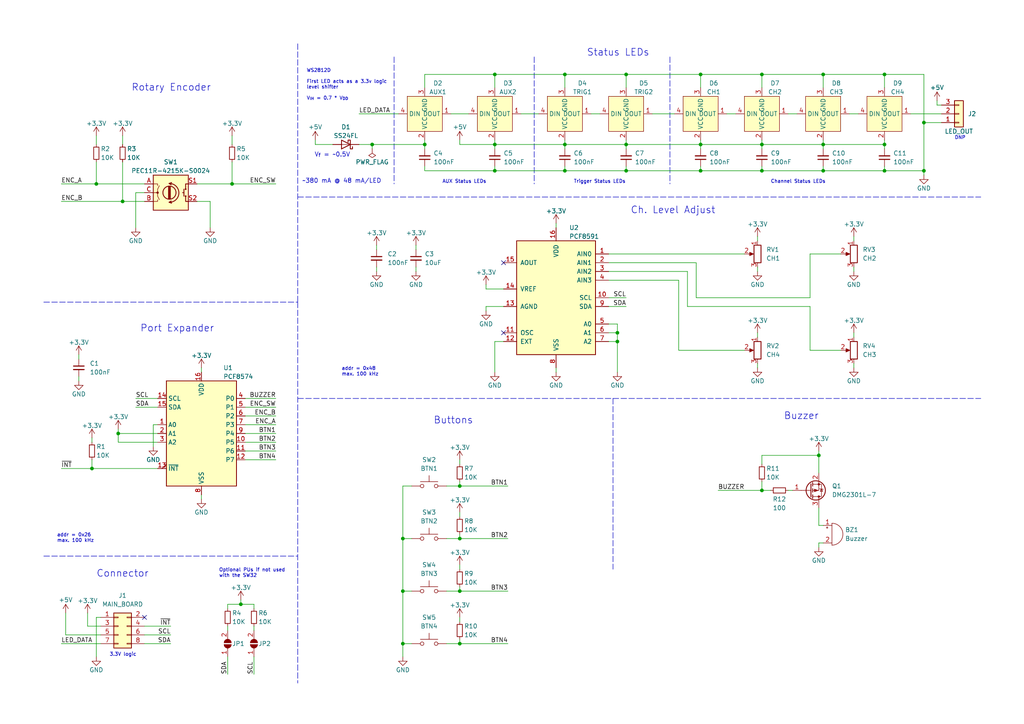
<source format=kicad_sch>
(kicad_sch (version 20211123) (generator eeschema)
  (paper "A4")
  (title_block (title "SW2F1 - Front Panel") (date "2022-12-21") (rev "1") (company "saawsm") (comment 1 "Buttons and encoder are software debounced.") (comment 2 "1x rotary encoder, 4x pots, 4x push buttons, 1x buzzer, 8x RGB LEDs") (comment 3 "Provides the following: ") (comment 4 "An I2C front panel designed for the SW22."))
  (lib_symbols
    (symbol "Connector_Generic:Conn_01x03" (pin_names (offset 1.016) hide)
      (property "Reference" "J" (at 0 5.08 0))
      (property "Value" "Conn_01x03" (at 0 -5.08 0))
      (symbol "Conn_01x03_1_1"
        (pin passive line (at -5.08 2.54 0) (length 3.81) (name "Pin_1") (number "1"))
        (pin passive line (at -5.08 0 0) (length 3.81) (name "Pin_2") (number "2"))
        (pin passive line (at -5.08 -2.54 0) (length 3.81) (name "Pin_3") (number "3"))
      )
    )
    (symbol "Connector_Generic:Conn_02x04_Odd_Even" (pin_names (offset 1.016) hide)
      (property "Reference" "J" (at 1.27 5.08 0))
      (property "Value" "Conn_02x04_Odd_Even" (at 1.27 -7.62 0))
      (symbol "Conn_02x04_Odd_Even_1_1"
        (pin passive line (at -5.08 2.54 0) (length 3.81) (name "Pin_1") (number "1"))
        (pin passive line (at 7.62 2.54 180) (length 3.81) (name "Pin_2") (number "2"))
        (pin passive line (at -5.08 0 0) (length 3.81) (name "Pin_3") (number "3"))
        (pin passive line (at 7.62 0 180) (length 3.81) (name "Pin_4") (number "4"))
        (pin passive line (at -5.08 -2.54 0) (length 3.81) (name "Pin_5") (number "5"))
        (pin passive line (at 7.62 -2.54 180) (length 3.81) (name "Pin_6") (number "6"))
        (pin passive line (at -5.08 -5.08 0) (length 3.81) (name "Pin_7") (number "7"))
        (pin passive line (at 7.62 -5.08 180) (length 3.81) (name "Pin_8") (number "8"))
      )
    )
    (symbol "Device:Buzzer" (pin_names (offset 0.0254) hide)
      (property "Reference" "BZ" (at 3.81 1.27 0))
      (property "Value" "Buzzer" (at 3.81 -1.27 0))
      (symbol "Buzzer_1_1"
        (pin passive line (at -2.54 2.54 0) (length 2.54) (name "-") (number "1"))
        (pin passive line (at -2.54 -2.54 0) (length 2.54) (name "+") (number "2"))
      )
    )
    (symbol "Device:C_Small" (pin_numbers hide) (pin_names (offset 0.254) hide)
      (property "Reference" "C" (at 0.254 1.778 0))
      (property "Value" "C_Small" (at 0.254 -2.032 0))
      (symbol "C_Small_1_1"
        (pin passive line (at 0 2.54 270) (length 2.032) (name "~") (number "1"))
        (pin passive line (at 0 -2.54 90) (length 2.032) (name "~") (number "2"))
      )
    )
    (symbol "Device:D_Schottky" (pin_numbers hide) (pin_names (offset 1.016) hide)
      (property "Reference" "D" (at 0 2.54 0))
      (property "Value" "D_Schottky" (at 0 -2.54 0))
      (symbol "D_Schottky_1_1"
        (pin passive line (at -3.81 0 0) (length 2.54) (name "K") (number "1"))
        (pin passive line (at 3.81 0 180) (length 2.54) (name "A") (number "2"))
      )
    )
    (symbol "Device:Q_PMOS_GSD" (pin_names (offset 0) hide)
      (property "Reference" "Q" (at 5.08 1.27 0))
      (property "Value" "Q_PMOS_GSD" (at 5.08 -1.27 0))
      (symbol "Q_PMOS_GSD_1_1"
        (pin input line (at -5.08 0 0) (length 2.54) (name "G") (number "1"))
        (pin passive line (at 2.54 -5.08 90) (length 2.54) (name "S") (number "2"))
        (pin passive line (at 2.54 5.08 270) (length 2.54) (name "D") (number "3"))
      )
    )
    (symbol "Device:R_Potentiometer" (pin_names (offset 1.016) hide)
      (property "Reference" "RV" (at -4.445 0 90))
      (property "Value" "R_Potentiometer" (at -2.54 0 90))
      (symbol "R_Potentiometer_1_1"
        (pin passive line (at 0 3.81 270) (length 1.27) (name "1") (number "1"))
        (pin passive line (at 3.81 0 180) (length 1.27) (name "2") (number "2"))
        (pin passive line (at 0 -3.81 90) (length 1.27) (name "3") (number "3"))
      )
    )
    (symbol "Device:R_Small" (pin_numbers hide) (pin_names (offset 0.254) hide)
      (property "Reference" "R" (at 0.762 0.508 0))
      (property "Value" "R_Small" (at 0.762 -1.016 0))
      (symbol "R_Small_1_1"
        (pin passive line (at 0 2.54 270) (length 0.762) (name "~") (number "1"))
        (pin passive line (at 0 -2.54 90) (length 0.762) (name "~") (number "2"))
      )
    )
    (symbol "Device:RotaryEncoder_Switch" (pin_names (offset 0.254) hide)
      (property "Reference" "SW" (at 0 6.604 0))
      (property "Value" "RotaryEncoder_Switch" (at 0 -6.604 0))
      (symbol "RotaryEncoder_Switch_1_1"
        (pin passive line (at -7.62 2.54 0) (length 2.54) (name "A") (number "A"))
        (pin passive line (at -7.62 -2.54 0) (length 2.54) (name "B") (number "B"))
        (pin passive line (at -7.62 0 0) (length 2.54) (name "C") (number "C"))
        (pin passive line (at 7.62 2.54 180) (length 2.54) (name "S1") (number "S1"))
        (pin passive line (at 7.62 -2.54 180) (length 2.54) (name "S2") (number "S2"))
      )
    )
    (symbol "Interface_Expansion:PCF8574"
      (property "Reference" "U" (at -8.89 16.51 0))
      (property "Value" "PCF8574" (at 2.54 16.51 0))
      (symbol "PCF8574_1_1"
        (pin input line (at -12.7 2.54 0) (length 2.54) (name "A0") (number "1"))
        (pin bidirectional line (at 12.7 -2.54 180) (length 2.54) (name "P5") (number "10"))
        (pin bidirectional line (at 12.7 -5.08 180) (length 2.54) (name "P6") (number "11"))
        (pin bidirectional line (at 12.7 -7.62 180) (length 2.54) (name "P7") (number "12"))
        (pin open_collector output_low (at -12.7 -10.16 0) (length 2.54) (name "~{INT}") (number "13"))
        (pin input line (at -12.7 10.16 0) (length 2.54) (name "SCL") (number "14"))
        (pin bidirectional line (at -12.7 7.62 0) (length 2.54) (name "SDA") (number "15"))
        (pin power_in line (at 0 17.78 270) (length 2.54) (name "VDD") (number "16"))
        (pin input line (at -12.7 0 0) (length 2.54) (name "A1") (number "2"))
        (pin input line (at -12.7 -2.54 0) (length 2.54) (name "A2") (number "3"))
        (pin bidirectional line (at 12.7 10.16 180) (length 2.54) (name "P0") (number "4"))
        (pin bidirectional line (at 12.7 7.62 180) (length 2.54) (name "P1") (number "5"))
        (pin bidirectional line (at 12.7 5.08 180) (length 2.54) (name "P2") (number "6"))
        (pin bidirectional line (at 12.7 2.54 180) (length 2.54) (name "P3") (number "7"))
        (pin power_in line (at 0 -17.78 90) (length 2.54) (name "VSS") (number "8"))
        (pin bidirectional line (at 12.7 0 180) (length 2.54) (name "P4") (number "9"))
      )
    )
    (symbol "Interface_Expansion:PCF8591" (pin_names (offset 1.016))
      (property "Reference" "U" (at -11.43 17.78 0))
      (property "Value" "PCF8591" (at 3.81 17.78 0))
      (symbol "PCF8591_1_1"
        (pin passive line (at -15.24 12.7 0) (length 3.81) (name "AIN0") (number "1"))
        (pin input line (at -15.24 0 0) (length 3.81) (name "SCL") (number "10"))
        (pin bidirectional line (at 15.24 -10.16 180) (length 3.81) (name "OSC") (number "11"))
        (pin input line (at 15.24 -12.7 180) (length 3.81) (name "EXT") (number "12"))
        (pin power_out line (at 15.24 -2.54 180) (length 3.81) (name "AGND") (number "13"))
        (pin passive line (at 15.24 2.54 180) (length 3.81) (name "VREF") (number "14"))
        (pin passive line (at 15.24 10.16 180) (length 3.81) (name "AOUT") (number "15"))
        (pin power_in line (at 0 20.32 270) (length 3.81) (name "VDD") (number "16"))
        (pin passive line (at -15.24 10.16 0) (length 3.81) (name "AIN1") (number "2"))
        (pin passive line (at -15.24 7.62 0) (length 3.81) (name "AIN2") (number "3"))
        (pin passive line (at -15.24 5.08 0) (length 3.81) (name "AIN3") (number "4"))
        (pin input line (at -15.24 -7.62 0) (length 3.81) (name "A0") (number "5"))
        (pin input line (at -15.24 -10.16 0) (length 3.81) (name "A1") (number "6"))
        (pin input line (at -15.24 -12.7 0) (length 3.81) (name "A2") (number "7"))
        (pin power_in line (at 0 -20.32 90) (length 3.81) (name "VSS") (number "8"))
        (pin bidirectional line (at -15.24 -2.54 0) (length 3.81) (name "SDA") (number "9"))
      )
    )
    (symbol "Jumper:SolderJumper_2_Open" (pin_names (offset 0) hide)
      (property "Reference" "JP" (at 0 2.032 0))
      (property "Value" "SolderJumper_2_Open" (at 0 -2.54 0))
      (symbol "SolderJumper_2_Open_1_1"
        (pin passive line (at -3.81 0 0) (length 2.54) (name "A") (number "1"))
        (pin passive line (at 3.81 0 180) (length 2.54) (name "B") (number "2"))
      )
    )
    (symbol "Mechanical:MountingHole" (pin_names (offset 1.016))
      (property "Reference" "H" (at 0 5.08 0))
      (property "Value" "MountingHole" (at 0 3.175 0))
    )
    (symbol "SaawLib:WS2812D"
      (property "Reference" "U" (at 2.54 8.89 0))
      (property "Value" "WS2812D" (at 6.35 6.35 0))
      (symbol "WS2812D_1_1"
        (pin output line (at 0 -7.62 90) (length 2.54) (name "DOUT") (number "1"))
        (pin power_in line (at -7.62 0 0) (length 2.54) (name "VCC") (number "2"))
        (pin power_in line (at 7.62 0 180) (length 2.54) (name "GND") (number "3"))
        (pin input line (at 0 7.62 270) (length 2.54) (name "DIN") (number "4"))
      )
    )
    (symbol "Switch:SW_Push" (pin_numbers hide) (pin_names (offset 1.016) hide)
      (property "Reference" "SW" (at 1.27 2.54 0))
      (property "Value" "SW_Push" (at 0 -1.524 0))
      (symbol "SW_Push_0_1"
        (pin passive line (at -5.08 0 0) (length 2.54) (name "1") (number "1"))
        (pin passive line (at 5.08 0 180) (length 2.54) (name "2") (number "2"))
      )
    )
    (symbol "power:+3.3V" (power) (pin_names (offset 0))
      (property "Value" "+3.3V" (at 0 3.556 0))
      (symbol "+3.3V_1_1"
        (pin power_in line (at 0 0 90) (length 0) hide (name "+3.3V") (number "1"))
      )
    )
    (symbol "power:+5V" (power) (pin_names (offset 0))
      (property "Value" "+5V" (at 0 3.556 0))
      (symbol "+5V_1_1"
        (pin power_in line (at 0 0 90) (length 0) hide (name "+5V") (number "1"))
      )
    )
    (symbol "power:GND" (power) (pin_names (offset 0))
      (property "Value" "GND" (at 0 -3.81 0))
      (symbol "GND_1_1"
        (pin power_in line (at 0 0 270) (length 0) hide (name "GND") (number "1"))
      )
    )
    (symbol "power:PWR_FLAG" (power) (pin_numbers hide) (pin_names (offset 0) hide)
      (property "Value" "PWR_FLAG" (at 0 3.81 0))
      (symbol "PWR_FLAG_0_0"
        (pin power_out line (at 0 0 90) (length 0) (name "pwr") (number "1"))
      )
    )
  )
  (junction (at 181.61 49.53))
  (junction (at 116.84 156.21))
  (junction (at 179.07 96.52))
  (junction (at 203.2 41.91))
  (junction (at 143.51 49.53))
  (junction (at 116.84 186.69))
  (junction (at 133.35 186.69))
  (junction (at 163.83 49.53))
  (junction (at 35.56 58.42))
  (junction (at 238.76 21.59))
  (junction (at 267.97 35.56))
  (junction (at 181.61 41.91))
  (junction (at 133.35 156.21))
  (junction (at 133.35 140.97))
  (junction (at 256.54 21.59))
  (junction (at 123.19 41.91))
  (junction (at 27.94 53.34))
  (junction (at 143.51 21.59))
  (junction (at 143.51 41.91))
  (junction (at 220.98 21.59))
  (junction (at 26.67 135.89))
  (junction (at 34.29 125.73))
  (junction (at 237.49 132.08))
  (junction (at 256.54 41.91))
  (junction (at 203.2 49.53))
  (junction (at 238.76 49.53))
  (junction (at 203.2 21.59))
  (junction (at 163.83 21.59))
  (junction (at 116.84 171.45))
  (junction (at 256.54 49.53))
  (junction (at 238.76 41.91))
  (junction (at 67.31 53.34))
  (junction (at 220.98 142.24))
  (junction (at 267.97 49.53))
  (junction (at 220.98 41.91))
  (junction (at 181.61 21.59))
  (junction (at 133.35 171.45))
  (junction (at 163.83 41.91))
  (junction (at 107.95 41.91))
  (junction (at 220.98 49.53))
  (junction (at 179.07 99.06))
  (junction (at 69.85 175.26))
  (no_connect (at 146.05 76.2))
  (no_connect (at 41.91 179.07))
  (no_connect (at 146.05 96.52))
  (wire (pts (xy 238.76 25.4) (xy 238.76 21.59)))
  (wire (pts (xy 176.53 76.2) (xy 201.93 76.2)))
  (wire (pts (xy 238.76 41.91) (xy 256.54 41.91)))
  (wire (pts (xy 17.78 53.34) (xy 27.94 53.34)))
  (wire (pts (xy 116.84 156.21) (xy 116.84 171.45)))
  (wire (pts (xy 104.14 41.91) (xy 107.95 41.91)))
  (wire (pts (xy 67.31 53.34) (xy 80.01 53.34)))
  (wire (pts (xy 73.66 190.5) (xy 73.66 195.58)))
  (wire (pts (xy 116.84 171.45) (xy 116.84 186.69)))
  (wire (pts (xy 104.14 33.02) (xy 115.57 33.02)))
  (wire (pts (xy 140.97 90.17) (xy 140.97 88.9)))
  (wire (pts (xy 256.54 41.91) (xy 256.54 43.18)))
  (wire (pts (xy 220.98 49.53) (xy 238.76 49.53)))
  (wire (pts (xy 19.05 177.8) (xy 19.05 184.15)))
  (wire (pts (xy 181.61 88.9) (xy 176.53 88.9)))
  (wire (pts (xy 237.49 130.81) (xy 237.49 132.08)))
  (wire (pts (xy 238.76 49.53) (xy 238.76 48.26)))
  (wire (pts (xy 203.2 49.53) (xy 220.98 49.53)))
  (wire (pts (xy 203.2 43.18) (xy 203.2 41.91)))
  (wire (pts (xy 143.51 48.26) (xy 143.51 49.53)))
  (polyline (pts (xy 177.8 115.57) (xy 177.8 165.1)))
  (wire (pts (xy 237.49 132.08) (xy 237.49 137.16)))
  (polyline (pts (xy 114.3 16.51) (xy 114.3 53.34)))
  (wire (pts (xy 219.71 68.58) (xy 219.71 69.85)))
  (wire (pts (xy 220.98 43.18) (xy 220.98 41.91)))
  (wire (pts (xy 256.54 49.53) (xy 256.54 48.26)))
  (polyline (pts (xy 86.36 12.7) (xy 86.36 87.63)))
  (wire (pts (xy 220.98 139.7) (xy 220.98 142.24)))
  (wire (pts (xy 203.2 21.59) (xy 203.2 25.4)))
  (wire (pts (xy 71.12 133.35) (xy 80.01 133.35)))
  (wire (pts (xy 130.81 33.02) (xy 135.89 33.02)))
  (wire (pts (xy 238.76 152.4) (xy 237.49 152.4)))
  (wire (pts (xy 220.98 132.08) (xy 237.49 132.08)))
  (wire (pts (xy 34.29 128.27) (xy 34.29 125.73)))
  (wire (pts (xy 133.35 186.69) (xy 147.32 186.69)))
  (wire (pts (xy 133.35 139.7) (xy 133.35 140.97)))
  (wire (pts (xy 109.22 71.12) (xy 109.22 72.39)))
  (wire (pts (xy 176.53 73.66) (xy 215.9 73.66)))
  (wire (pts (xy 41.91 55.88) (xy 39.37 55.88)))
  (wire (pts (xy 133.35 41.91) (xy 143.51 41.91)))
  (wire (pts (xy 129.54 156.21) (xy 133.35 156.21)))
  (wire (pts (xy 133.35 156.21) (xy 147.32 156.21)))
  (wire (pts (xy 58.42 143.51) (xy 58.42 144.78)))
  (polyline (pts (xy 12.7 87.63) (xy 86.36 87.63)))
  (wire (pts (xy 196.85 81.28) (xy 196.85 101.6)))
  (polyline (pts (xy 86.36 115.57) (xy 284.48 115.57)))
  (wire (pts (xy 201.93 76.2) (xy 201.93 86.36)))
  (wire (pts (xy 219.71 105.41) (xy 219.71 106.68)))
  (wire (pts (xy 220.98 134.62) (xy 220.98 132.08)))
  (wire (pts (xy 123.19 21.59) (xy 143.51 21.59)))
  (wire (pts (xy 203.2 41.91) (xy 220.98 41.91)))
  (wire (pts (xy 123.19 49.53) (xy 143.51 49.53)))
  (wire (pts (xy 176.53 81.28) (xy 196.85 81.28)))
  (wire (pts (xy 163.83 49.53) (xy 163.83 48.26)))
  (wire (pts (xy 133.35 140.97) (xy 147.32 140.97)))
  (wire (pts (xy 57.15 53.34) (xy 67.31 53.34)))
  (wire (pts (xy 256.54 25.4) (xy 256.54 21.59)))
  (wire (pts (xy 267.97 21.59) (xy 267.97 35.56)))
  (wire (pts (xy 39.37 115.57) (xy 45.72 115.57)))
  (wire (pts (xy 123.19 41.91) (xy 123.19 40.64)))
  (wire (pts (xy 22.86 102.87) (xy 22.86 104.14)))
  (wire (pts (xy 220.98 49.53) (xy 220.98 48.26)))
  (wire (pts (xy 219.71 77.47) (xy 219.71 78.74)))
  (wire (pts (xy 17.78 58.42) (xy 35.56 58.42)))
  (wire (pts (xy 181.61 43.18) (xy 181.61 41.91)))
  (wire (pts (xy 107.95 43.18) (xy 107.95 41.91)))
  (wire (pts (xy 60.96 66.04) (xy 60.96 58.42)))
  (wire (pts (xy 283.21 226.06) (xy 278.13 226.06)))
  (wire (pts (xy 199.39 88.9) (xy 234.95 88.9)))
  (wire (pts (xy 27.94 46.99) (xy 27.94 53.34)))
  (wire (pts (xy 133.35 170.18) (xy 133.35 171.45)))
  (wire (pts (xy 34.29 128.27) (xy 45.72 128.27)))
  (wire (pts (xy 143.51 41.91) (xy 143.51 43.18)))
  (wire (pts (xy 66.04 181.61) (xy 66.04 182.88)))
  (wire (pts (xy 228.6 33.02) (xy 231.14 33.02)))
  (wire (pts (xy 203.2 21.59) (xy 220.98 21.59)))
  (wire (pts (xy 27.94 53.34) (xy 41.91 53.34)))
  (wire (pts (xy 143.51 40.64) (xy 143.51 41.91)))
  (wire (pts (xy 25.4 177.8) (xy 25.4 181.61)))
  (wire (pts (xy 243.84 73.66) (xy 234.95 73.66)))
  (wire (pts (xy 67.31 39.37) (xy 67.31 41.91)))
  (wire (pts (xy 181.61 49.53) (xy 181.61 48.26)))
  (wire (pts (xy 256.54 40.64) (xy 256.54 41.91)))
  (wire (pts (xy 26.67 133.35) (xy 26.67 135.89)))
  (wire (pts (xy 133.35 154.94) (xy 133.35 156.21)))
  (wire (pts (xy 41.91 184.15) (xy 49.53 184.15)))
  (wire (pts (xy 49.53 181.61) (xy 41.91 181.61)))
  (wire (pts (xy 116.84 186.69) (xy 116.84 190.5)))
  (wire (pts (xy 26.67 135.89) (xy 45.72 135.89)))
  (wire (pts (xy 129.54 140.97) (xy 133.35 140.97)))
  (wire (pts (xy 176.53 99.06) (xy 179.07 99.06)))
  (wire (pts (xy 120.65 77.47) (xy 120.65 78.74)))
  (wire (pts (xy 161.29 64.77) (xy 161.29 66.04)))
  (wire (pts (xy 228.6 142.24) (xy 229.87 142.24)))
  (wire (pts (xy 116.84 140.97) (xy 119.38 140.97)))
  (wire (pts (xy 163.83 21.59) (xy 163.83 25.4)))
  (wire (pts (xy 278.13 219.71) (xy 283.21 219.71)))
  (wire (pts (xy 71.12 118.11) (xy 80.01 118.11)))
  (wire (pts (xy 271.78 29.21) (xy 271.78 30.48)))
  (wire (pts (xy 45.72 123.19) (xy 44.45 123.19)))
  (wire (pts (xy 247.65 68.58) (xy 247.65 69.85)))
  (wire (pts (xy 140.97 82.55) (xy 140.97 83.82)))
  (wire (pts (xy 247.65 77.47) (xy 247.65 78.74)))
  (wire (pts (xy 271.78 30.48) (xy 273.05 30.48)))
  (wire (pts (xy 267.97 50.8) (xy 267.97 49.53)))
  (wire (pts (xy 181.61 21.59) (xy 203.2 21.59)))
  (polyline (pts (xy 86.36 57.15) (xy 284.48 57.15)))
  (wire (pts (xy 133.35 40.64) (xy 133.35 41.91)))
  (wire (pts (xy 39.37 118.11) (xy 45.72 118.11)))
  (wire (pts (xy 27.94 39.37) (xy 27.94 41.91)))
  (polyline (pts (xy 12.7 161.29) (xy 86.36 161.29)))
  (wire (pts (xy 199.39 78.74) (xy 199.39 88.9)))
  (wire (pts (xy 163.83 43.18) (xy 163.83 41.91)))
  (wire (pts (xy 17.78 135.89) (xy 26.67 135.89)))
  (wire (pts (xy 133.35 148.59) (xy 133.35 149.86)))
  (wire (pts (xy 71.12 125.73) (xy 80.01 125.73)))
  (wire (pts (xy 140.97 83.82) (xy 146.05 83.82)))
  (wire (pts (xy 41.91 186.69) (xy 49.53 186.69)))
  (wire (pts (xy 176.53 96.52) (xy 179.07 96.52)))
  (wire (pts (xy 163.83 41.91) (xy 181.61 41.91)))
  (wire (pts (xy 247.65 105.41) (xy 247.65 106.68)))
  (wire (pts (xy 181.61 49.53) (xy 203.2 49.53)))
  (wire (pts (xy 220.98 21.59) (xy 220.98 25.4)))
  (wire (pts (xy 107.95 41.91) (xy 123.19 41.91)))
  (wire (pts (xy 123.19 43.18) (xy 123.19 41.91)))
  (wire (pts (xy 71.12 120.65) (xy 80.01 120.65)))
  (wire (pts (xy 73.66 175.26) (xy 73.66 176.53)))
  (polyline (pts (xy 154.94 16.51) (xy 154.94 53.34)))
  (wire (pts (xy 73.66 175.26) (xy 69.85 175.26)))
  (wire (pts (xy 143.51 41.91) (xy 163.83 41.91)))
  (wire (pts (xy 161.29 106.68) (xy 161.29 107.95)))
  (wire (pts (xy 220.98 142.24) (xy 223.52 142.24)))
  (wire (pts (xy 208.28 142.24) (xy 220.98 142.24)))
  (wire (pts (xy 189.23 33.02) (xy 195.58 33.02)))
  (wire (pts (xy 219.71 96.52) (xy 219.71 97.79)))
  (wire (pts (xy 80.01 115.57) (xy 71.12 115.57)))
  (wire (pts (xy 163.83 49.53) (xy 181.61 49.53)))
  (wire (pts (xy 140.97 88.9) (xy 146.05 88.9)))
  (wire (pts (xy 246.38 33.02) (xy 248.92 33.02)))
  (wire (pts (xy 34.29 124.46) (xy 34.29 125.73)))
  (wire (pts (xy 237.49 147.32) (xy 237.49 152.4)))
  (polyline (pts (xy 194.31 16.51) (xy 194.31 53.34)))
  (wire (pts (xy 267.97 35.56) (xy 267.97 49.53)))
  (wire (pts (xy 234.95 88.9) (xy 234.95 101.6)))
  (wire (pts (xy 116.84 140.97) (xy 116.84 156.21)))
  (wire (pts (xy 179.07 96.52) (xy 179.07 93.98)))
  (wire (pts (xy 179.07 99.06) (xy 179.07 96.52)))
  (wire (pts (xy 238.76 40.64) (xy 238.76 41.91)))
  (wire (pts (xy 34.29 125.73) (xy 45.72 125.73)))
  (wire (pts (xy 133.35 185.42) (xy 133.35 186.69)))
  (wire (pts (xy 44.45 123.19) (xy 44.45 129.54)))
  (wire (pts (xy 129.54 171.45) (xy 133.35 171.45)))
  (wire (pts (xy 29.21 184.15) (xy 19.05 184.15)))
  (wire (pts (xy 35.56 39.37) (xy 35.56 41.91)))
  (wire (pts (xy 234.95 86.36) (xy 234.95 73.66)))
  (wire (pts (xy 143.51 107.95) (xy 143.51 99.06)))
  (wire (pts (xy 27.94 179.07) (xy 27.94 190.5)))
  (wire (pts (xy 201.93 86.36) (xy 234.95 86.36)))
  (wire (pts (xy 196.85 101.6) (xy 215.9 101.6)))
  (wire (pts (xy 181.61 41.91) (xy 203.2 41.91)))
  (wire (pts (xy 123.19 48.26) (xy 123.19 49.53)))
  (wire (pts (xy 163.83 21.59) (xy 181.61 21.59)))
  (wire (pts (xy 179.07 93.98) (xy 176.53 93.98)))
  (wire (pts (xy 238.76 21.59) (xy 220.98 21.59)))
  (wire (pts (xy 133.35 163.83) (xy 133.35 165.1)))
  (wire (pts (xy 116.84 156.21) (xy 119.38 156.21)))
  (wire (pts (xy 67.31 46.99) (xy 67.31 53.34)))
  (wire (pts (xy 247.65 96.52) (xy 247.65 97.79)))
  (wire (pts (xy 143.51 49.53) (xy 163.83 49.53)))
  (wire (pts (xy 237.49 157.48) (xy 238.76 157.48)))
  (wire (pts (xy 256.54 21.59) (xy 267.97 21.59)))
  (wire (pts (xy 35.56 46.99) (xy 35.56 58.42)))
  (wire (pts (xy 120.65 72.39) (xy 120.65 71.12)))
  (wire (pts (xy 123.19 21.59) (xy 123.19 25.4)))
  (wire (pts (xy 203.2 41.91) (xy 203.2 40.64)))
  (wire (pts (xy 220.98 41.91) (xy 220.98 40.64)))
  (wire (pts (xy 238.76 43.18) (xy 238.76 41.91)))
  (wire (pts (xy 133.35 171.45) (xy 147.32 171.45)))
  (wire (pts (xy 69.85 173.99) (xy 69.85 175.26)))
  (polyline (pts (xy 86.36 87.63) (xy 86.36 198.12)))
  (wire (pts (xy 237.49 157.48) (xy 237.49 158.75)))
  (wire (pts (xy 129.54 186.69) (xy 133.35 186.69)))
  (wire (pts (xy 238.76 49.53) (xy 256.54 49.53)))
  (wire (pts (xy 238.76 21.59) (xy 256.54 21.59)))
  (wire (pts (xy 238.76 41.91) (xy 220.98 41.91)))
  (wire (pts (xy 116.84 171.45) (xy 119.38 171.45)))
  (wire (pts (xy 66.04 175.26) (xy 69.85 175.26)))
  (wire (pts (xy 71.12 130.81) (xy 80.01 130.81)))
  (wire (pts (xy 133.35 133.35) (xy 133.35 134.62)))
  (wire (pts (xy 27.94 179.07) (xy 29.21 179.07)))
  (wire (pts (xy 181.61 86.36) (xy 176.53 86.36)))
  (wire (pts (xy 25.4 181.61) (xy 29.21 181.61)))
  (wire (pts (xy 58.42 106.68) (xy 58.42 107.95)))
  (wire (pts (xy 163.83 41.91) (xy 163.83 40.64)))
  (wire (pts (xy 179.07 107.95) (xy 179.07 99.06)))
  (wire (pts (xy 143.51 21.59) (xy 143.51 25.4)))
  (wire (pts (xy 66.04 175.26) (xy 66.04 176.53)))
  (wire (pts (xy 26.67 127) (xy 26.67 128.27)))
  (wire (pts (xy 171.45 33.02) (xy 173.99 33.02)))
  (wire (pts (xy 151.13 33.02) (xy 156.21 33.02)))
  (wire (pts (xy 210.82 33.02) (xy 213.36 33.02)))
  (wire (pts (xy 234.95 101.6) (xy 243.84 101.6)))
  (wire (pts (xy 256.54 49.53) (xy 267.97 49.53)))
  (wire (pts (xy 109.22 77.47) (xy 109.22 78.74)))
  (wire (pts (xy 71.12 123.19) (xy 80.01 123.19)))
  (wire (pts (xy 203.2 49.53) (xy 203.2 48.26)))
  (wire (pts (xy 143.51 21.59) (xy 163.83 21.59)))
  (wire (pts (xy 199.39 78.74) (xy 176.53 78.74)))
  (wire (pts (xy 66.04 190.5) (xy 66.04 195.58)))
  (wire (pts (xy 60.96 58.42) (xy 57.15 58.42)))
  (wire (pts (xy 35.56 58.42) (xy 41.91 58.42)))
  (wire (pts (xy 29.21 186.69) (xy 17.78 186.69)))
  (wire (pts (xy 91.44 41.91) (xy 91.44 40.64)))
  (wire (pts (xy 181.61 40.64) (xy 181.61 41.91)))
  (wire (pts (xy 264.16 33.02) (xy 273.05 33.02)))
  (wire (pts (xy 116.84 186.69) (xy 119.38 186.69)))
  (wire (pts (xy 22.86 109.22) (xy 22.86 110.49)))
  (wire (pts (xy 133.35 179.07) (xy 133.35 180.34)))
  (wire (pts (xy 39.37 55.88) (xy 39.37 66.04)))
  (wire (pts (xy 181.61 25.4) (xy 181.61 21.59)))
  (wire (pts (xy 71.12 128.27) (xy 80.01 128.27)))
  (wire (pts (xy 143.51 99.06) (xy 146.05 99.06)))
  (wire (pts (xy 96.52 41.91) (xy 91.44 41.91)))
  (wire (pts (xy 73.66 181.61) (xy 73.66 182.88)))
  (wire (pts (xy 267.97 35.56) (xy 273.05 35.56)))
  (text "~380 mA @ 48 mA/LED" (at 87.63 53.34 0) (effects (font (size 1.27 1.27)) (justify left bottom)))
  (text "Channel Status LEDs" (at 223.52 53.34 0) (effects (font (size 1 1)) (justify left bottom)))
  (text "AUX Status LEDs" (at 128.27 53.34 0) (effects (font (size 1 1)) (justify left bottom)))
  (text "Ch. Level Adjust" (at 182.88 62.23 0) (effects (font (size 2 2)) (justify left bottom)))
  (text "3.3V logic" (at 31.75 190.5 0) (effects (font (size 1 1)) (justify left bottom)))
  (text "Port Expander" (at 40.64 96.52 0) (effects (font (size 2 2)) (justify left bottom)))
  (text "Buttons" (at 125.73 123.19 0) (effects (font (size 2 2)) (justify left bottom)))
  (text "DNP" (at 276.86 40.64 0) (effects (font (size 1 1)) (justify left bottom)))
  (text "Status LEDs" (at 170.18 16.51 0) (effects (font (size 2 2)) (justify left bottom)))
  (text "Optional PUs if not used \nwith the SW32" (at 63.5 167.64 0) (effects (font (size 1 1)) (justify left bottom)))
  (text "addr = 0x48\nmax. 100 kHz" (at 99.06 109.22 0) (effects (font (size 1 1)) (justify left bottom)))
  (text "V_{f} = ~0.5V" (at 101.6 45.72 180) (effects (font (size 1.27 1.27)) (justify right bottom)))
  (text "Trigger Status LEDs" (at 166.37 53.34 0) (effects (font (size 1 1)) (justify left bottom)))
  (text "Buzzer" (at 227.33 121.92 0) (effects (font (size 2 2)) (justify left bottom)))
  (text "Rotary Encoder" (at 38.1 26.67 0) (effects (font (size 2 2)) (justify left bottom)))
  (text "Connector" (at 27.94 167.64 0) (effects (font (size 2 2)) (justify left bottom)))
  (text "addr = 0x26\nmax. 100 kHz" (at 16.51 157.48 0) (effects (font (size 1 1)) (justify left bottom)))
  (text "WS2812D\n\nFirst LED acts as a 3.3v logic \nlevel shifter\n\nV_{IH} = 0.7 * V_{DD}" (at 88.9 29.21 0) (effects (font (size 1 1)) (justify left bottom)))
  (label "ENC_A" (at 17.78 53.34 0))
  (label "BUZZER" (at 80.01 115.57 180))
  (label "SDA" (at 39.37 118.11 0))
  (label "BTN2" (at 147.32 156.21 180))
  (label "ENC_SW" (at 80.01 53.34 180))
  (label "ENC_A" (at 80.01 123.19 180))
  (label "BTN2" (at 80.01 128.27 180))
  (label "BTN1" (at 80.01 125.73 180))
  (label "ENC_SW" (at 80.01 118.11 180))
  (label "BTN1" (at 147.32 140.97 180))
  (label "SCL" (at 39.37 115.57 0))
  (label "ENC_B" (at 17.78 58.42 0))
  (label "SDA" (at 49.53 186.69 180))
  (label "~{INT}" (at 49.53 181.61 180))
  (label "SCL" (at 181.61 86.36 180))
  (label "ENC_B" (at 80.01 120.65 180))
  (label "LED_DATA" (at 104.14 33.02 0))
  (label "BTN4" (at 147.32 186.69 180))
  (label "BTN3" (at 80.01 130.81 180))
  (label "~{INT}" (at 17.78 135.89 0))
  (label "SCL" (at 49.53 184.15 180))
  (label "SCL" (at 73.66 195.58 90))
  (label "BTN3" (at 147.32 171.45 180))
  (label "SDA" (at 181.61 88.9 180))
  (label "LED_DATA" (at 17.78 186.69 0))
  (label "BUZZER" (at 208.28 142.24 0))
  (label "BTN4" (at 80.01 133.35 180))
  (label "SDA" (at 66.04 195.58 90))
  (symbol (lib_id "Device:R_Small") (at 133.35 137.16 180) (unit 1)
    (property "Reference" "R7" (at 134.62 135.89 0) (effects (justify right)))
    (property "Value" "10K" (at 134.62 138.43 0) (effects (justify right)))
    (property "Footprint" "Resistor_SMD:R_0603_1608Metric" (effects hide))
    (property "LCSC" "C98220" (effects hide))
    (property "MOUSER" "603-RC0603FR-0710KL" (effects hide))
    (property "MPN" "RC0603FR-0710KL" (effects hide))
  )
  (symbol (lib_id "Device:C_Small") (at 220.98 45.72 180) (unit 1)
    (property "Reference" "C9" (at 223.52 44.4435 0) (effects (justify right)))
    (property "Value" "100nF" (at 223.52 46.9835 0) (effects (justify right)))
    (property "Footprint" "Capacitor_SMD:C_0603_1608Metric" (effects hide))
    (property "LCSC" "C1591" (effects hide))
    (property "MOUSER" "187-CL10B104KB8NNNC" (effects hide))
    (property "MPN" "CL10B104KB8NNNC" (effects hide))
  )
  (symbol (lib_id "power:+5V") (at 283.21 219.71 0) (mirror y) (unit 1)
    (property "Reference" "#PWR046" (effects hide))
    (property "Value" "+5V" (at 283.21 215.9 0))
  )
  (symbol (lib_id "power:+3.3V") (at 34.29 124.46 0) (unit 1)
    (property "Reference" "#PWR08" (effects hide))
    (property "Value" "+3.3V" (at 34.29 120.904 0))
  )
  (symbol (lib_id "power:GND") (at 179.07 107.95 0) (mirror y) (unit 1)
    (property "Reference" "#PWR033" (effects hide))
    (property "Value" "GND" (at 179.07 111.76 0))
  )
  (symbol (lib_id "Device:R_Small") (at 67.31 44.45 0) (mirror y) (unit 1)
    (property "Reference" "R5" (at 68.58 43.18 0) (effects (justify right)))
    (property "Value" "10K" (at 68.58 45.72 0) (effects (justify right)))
    (property "Footprint" "Resistor_SMD:R_0603_1608Metric" (effects hide))
    (property "LCSC" "C98220" (effects hide))
    (property "MOUSER" "603-RC0603FR-0710KL" (effects hide))
    (property "MPN" "RC0603FR-0710KL" (effects hide))
  )
  (symbol (lib_id "power:+3.3V") (at 22.86 102.87 0) (unit 1)
    (property "Reference" "#PWR02" (effects hide))
    (property "Value" "+3.3V" (at 22.86 99.314 0))
  )
  (symbol (lib_id "power:+3.3V") (at 26.67 127 0) (unit 1)
    (property "Reference" "#PWR05" (effects hide))
    (property "Value" "+3.3V" (at 26.67 123.444 0))
  )
  (symbol (lib_id "Interface_Expansion:PCF8591") (at 161.29 86.36 0) (mirror y) (unit 1)
    (property "Reference" "U2" (at 165.1 66.04 0) (effects (justify right)))
    (property "Value" "PCF8591" (at 165.1 68.58 0) (effects (justify right)))
    (property "Footprint" "Package_SO:SOIC-16W_7.5x10.3mm_P1.27mm" (effects hide))
    (property "Datasheet" "https://mouser.com/datasheet/2/302/PCF8591-1127459.pdf" (effects hide))
    (property "MPN" "PCF8591T/2,518" (effects hide))
    (property "MOUSER" "771-PCF8591TD-T" (effects hide))
    (property "LCSC" "C8366" (effects hide))
  )
  (symbol (lib_id "power:+5V") (at 19.05 177.8 0) (mirror y) (unit 1)
    (property "Reference" "#PWR01" (effects hide))
    (property "Value" "+5V" (at 19.05 173.99 0))
  )
  (symbol (lib_id "power:GND") (at 219.71 78.74 0) (mirror y) (unit 1)
    (property "Reference" "#PWR035" (effects hide))
    (property "Value" "GND" (at 219.71 82.55 0))
  )
  (symbol (lib_id "power:GND") (at 267.97 50.8 0) (unit 1)
    (property "Reference" "#PWR044" (effects hide))
    (property "Value" "GND" (at 267.97 54.61 0))
  )
  (symbol (lib_id "power:+3.3V") (at 69.85 173.99 0) (unit 1)
    (property "Reference" "#PWR016" (effects hide))
    (property "Value" "+3.3V" (at 69.85 170.434 0))
  )
  (symbol (lib_id "Switch:SW_Push") (at 124.46 156.21 0) (unit 1)
    (property "Reference" "SW3" (at 124.46 148.59 0))
    (property "Value" "BTN2" (at 124.46 151.13 0))
    (property "Footprint" "SaawLib:D6C" (effects hide))
    (property "Datasheet" "https://mouser.com/datasheet/2/60/d6-1841635.pdf" (effects hide))
    (property "MOUSER" "611-D6C90F2LFS" (effects hide))
    (property "MPN" "D6C90F2LFS" (effects hide))
  )
  (symbol (lib_id "Device:Buzzer") (at 241.3 154.94 0) (unit 1)
    (property "Reference" "BZ1" (at 245.11 153.6699 0) (effects (justify left)))
    (property "Value" "Buzzer" (at 245.11 156.21 0) (effects (justify left)))
    (property "Footprint" "Buzzer_Beeper:Buzzer_12x9.5RM7.6" (effects hide))
    (property "Datasheet" "https://mouser.com/datasheet/2/683/IE122303-1-358179.pdf" (effects hide))
    (property "MOUSER" "497-IE122303-1" (effects hide))
    (property "MPN" "IE122303-1" (effects hide))
  )
  (symbol (lib_id "Device:D_Schottky") (at 100.33 41.91 180) (unit 1)
    (property "Reference" "D1" (at 100.33 36.83 0))
    (property "Value" "SS24FL" (at 100.33 39.37 0))
    (property "Footprint" "Diode_SMD:D_SOD-123F" (effects hide))
    (property "MPN" "SS24FL" (effects hide))
    (property "MOUSER" "512-SS24FL" (effects hide))
    (property "LCSC" "C894433" (effects hide))
  )
  (symbol (lib_id "power:GND") (at 120.65 78.74 0) (mirror y) (unit 1)
    (property "Reference" "#PWR022" (effects hide))
    (property "Value" "GND" (at 120.65 82.55 0))
  )
  (symbol (lib_id "power:PWR_FLAG") (at 107.95 43.18 180) (unit 1)
    (property "Reference" "#FLG01" (effects hide))
    (property "Value" "PWR_FLAG" (at 107.95 46.99 0))
  )
  (symbol (lib_id "power:+3.3V") (at 67.31 39.37 0) (unit 1)
    (property "Reference" "#PWR015" (effects hide))
    (property "Value" "+3.3V" (at 67.31 35.814 0))
  )
  (symbol (lib_id "power:+3.3V") (at 25.4 177.8 0) (unit 1)
    (property "Reference" "#PWR04" (effects hide))
    (property "Value" "+3.3V" (at 25.4 174.244 0))
  )
  (symbol (lib_id "Device:C_Small") (at 22.86 106.68 0) (unit 1)
    (property "Reference" "C1" (at 26.035 105.4162 0) (effects (justify left)))
    (property "Value" "100nF" (at 26.035 107.9562 0) (effects (justify left)))
    (property "Footprint" "Capacitor_SMD:C_0603_1608Metric" (effects hide))
    (property "LCSC" "C1591" (effects hide))
    (property "MOUSER" "187-CL10B104KB8NNNC" (effects hide))
    (property "MPN" "CL10B104KB8NNNC" (effects hide))
  )
  (symbol (lib_id "power:+3.3V") (at 120.65 71.12 0) (mirror y) (unit 1)
    (property "Reference" "#PWR021" (effects hide))
    (property "Value" "+3.3V" (at 120.65 67.564 0))
  )
  (symbol (lib_id "power:+5V") (at 133.35 40.64 0) (unit 1)
    (property "Reference" "#PWR023" (effects hide))
    (property "Value" "+5V" (at 133.35 36.83 0))
  )
  (symbol (lib_id "Device:C_Small") (at 120.65 74.93 0) (unit 1)
    (property "Reference" "C3" (at 123.19 73.6662 0) (effects (justify left)))
    (property "Value" "10uF" (at 123.19 76.2062 0) (effects (justify left)))
    (property "Footprint" "Capacitor_SMD:C_0603_1608Metric" (effects hide))
    (property "LCSC" "C96446" (effects hide))
    (property "MOUSER" "187-CL10A106MA8NRNC" (effects hide))
    (property "MPN" "CL10A106MA8NRNC" (effects hide))
  )
  (symbol (lib_id "power:GND") (at 247.65 106.68 0) (mirror y) (unit 1)
    (property "Reference" "#PWR043" (effects hide))
    (property "Value" "GND" (at 247.65 110.49 0))
  )
  (symbol (lib_id "power:+3.3V") (at 109.22 71.12 0) (mirror y) (unit 1)
    (property "Reference" "#PWR018" (effects hide))
    (property "Value" "+3.3V" (at 109.22 67.564 0))
  )
  (symbol (lib_id "SaawLib:WS2812D") (at 123.19 33.02 90) (unit 1)
    (property "Reference" "D2" (at 127 24.13 90))
    (property "Value" "AUX1" (at 127 26.67 90))
    (property "Footprint" "SaawLib:WS2812D-F5" (effects hide))
    (property "Datasheet" "https://datasheet.lcsc.com/lcsc/2204181500_Worldsemi-WS2812D-F5_C190565.pdf" (effects hide))
    (property "MPN" "WS2812D-F5" (effects hide))
    (property "LCSC" "C190565" (effects hide))
  )
  (symbol (lib_id "Switch:SW_Push") (at 124.46 171.45 0) (unit 1)
    (property "Reference" "SW4" (at 124.46 163.83 0))
    (property "Value" "BTN3" (at 124.46 166.37 0))
    (property "Footprint" "SaawLib:D6C" (effects hide))
    (property "Datasheet" "https://mouser.com/datasheet/2/60/d6-1841635.pdf" (effects hide))
    (property "MOUSER" "611-D6C90F2LFS" (effects hide))
    (property "MPN" "D6C90F2LFS" (effects hide))
  )
  (symbol (lib_id "power:GND") (at 143.51 107.95 0) (mirror y) (unit 1)
    (property "Reference" "#PWR030" (effects hide))
    (property "Value" "GND" (at 143.51 111.76 0))
  )
  (symbol (lib_id "power:GND") (at 58.42 144.78 0) (unit 1)
    (property "Reference" "#PWR013" (effects hide))
    (property "Value" "GND" (at 58.42 148.59 0))
  )
  (symbol (lib_id "power:+3.3V") (at 283.21 226.06 0) (unit 1)
    (property "Reference" "#PWR047" (effects hide))
    (property "Value" "+3.3V" (at 283.21 222.504 0))
  )
  (symbol (lib_id "power:GND") (at 237.49 158.75 0) (unit 1)
    (property "Reference" "#PWR039" (effects hide))
    (property "Value" "GND" (at 237.49 162.56 0))
  )
  (symbol (lib_id "Device:C_Small") (at 256.54 45.72 180) (unit 1)
    (property "Reference" "C11" (at 259.08 44.4435 0) (effects (justify right)))
    (property "Value" "100nF" (at 259.08 46.9835 0) (effects (justify right)))
    (property "Footprint" "Capacitor_SMD:C_0603_1608Metric" (effects hide))
    (property "LCSC" "C1591" (effects hide))
    (property "MOUSER" "187-CL10B104KB8NNNC" (effects hide))
    (property "MPN" "CL10B104KB8NNNC" (effects hide))
  )
  (symbol (lib_id "power:+3.3V") (at 58.42 106.68 0) (unit 1)
    (property "Reference" "#PWR012" (effects hide))
    (property "Value" "+3.3V" (at 58.42 103.124 0))
  )
  (symbol (lib_id "Connector_Generic:Conn_02x04_Odd_Even") (at 34.29 181.61 0) (unit 1)
    (property "Reference" "J1" (at 35.56 172.72 0))
    (property "Value" "MAIN_BOARD" (at 35.56 175.26 0))
    (property "Footprint" "Connector_IDC:IDC-Header_2x04_P2.54mm_Vertical" (effects hide))
  )
  (symbol (lib_id "SaawLib:WS2812D") (at 238.76 33.02 90) (unit 1)
    (property "Reference" "D8" (at 242.57 24.13 90))
    (property "Value" "CH3" (at 242.57 26.67 90))
    (property "Footprint" "SaawLib:WS2812D-F5" (effects hide))
    (property "Datasheet" "https://datasheet.lcsc.com/lcsc/2204181500_Worldsemi-WS2812D-F5_C190565.pdf" (effects hide))
    (property "MPN" "WS2812D-F5" (effects hide))
    (property "LCSC" "C190565" (effects hide))
  )
  (symbol (lib_id "Device:C_Small") (at 203.2 45.72 180) (unit 1)
    (property "Reference" "C8" (at 205.74 44.4435 0) (effects (justify right)))
    (property "Value" "100nF" (at 205.74 46.9835 0) (effects (justify right)))
    (property "Footprint" "Capacitor_SMD:C_0603_1608Metric" (effects hide))
    (property "LCSC" "C1591" (effects hide))
    (property "MOUSER" "187-CL10B104KB8NNNC" (effects hide))
    (property "MPN" "CL10B104KB8NNNC" (effects hide))
  )
  (symbol (lib_id "Mechanical:MountingHole") (at 236.22 215.9 0) (unit 1) (in_bom no)
    (property "Reference" "H4" (at 236.22 219.71 0))
    (property "Value" "MountingHole" (effects hide))
    (property "Footprint" "MountingHole:MountingHole_2.2mm_M2" (effects hide))
  )
  (symbol (lib_id "Device:C_Small") (at 238.76 45.72 180) (unit 1)
    (property "Reference" "C10" (at 241.3 44.4435 0) (effects (justify right)))
    (property "Value" "100nF" (at 241.3 46.9835 0) (effects (justify right)))
    (property "Footprint" "Capacitor_SMD:C_0603_1608Metric" (effects hide))
    (property "LCSC" "C1591" (effects hide))
    (property "MOUSER" "187-CL10B104KB8NNNC" (effects hide))
    (property "MPN" "CL10B104KB8NNNC" (effects hide))
  )
  (symbol (lib_id "power:+3.3V") (at 35.56 39.37 0) (unit 1)
    (property "Reference" "#PWR09" (effects hide))
    (property "Value" "+3.3V" (at 35.56 35.814 0))
  )
  (symbol (lib_id "Switch:SW_Push") (at 124.46 140.97 0) (unit 1)
    (property "Reference" "SW2" (at 124.46 133.35 0))
    (property "Value" "BTN1" (at 124.46 135.89 0))
    (property "Footprint" "SaawLib:D6C" (effects hide))
    (property "Datasheet" "https://mouser.com/datasheet/2/60/d6-1841635.pdf" (effects hide))
    (property "MOUSER" "611-D6C90F2LFS" (effects hide))
    (property "MPN" "D6C90F2LFS" (effects hide))
  )
  (symbol (lib_id "Device:R_Small") (at 27.94 44.45 0) (mirror y) (unit 1)
    (property "Reference" "R2" (at 29.21 43.18 0) (effects (justify right)))
    (property "Value" "10K" (at 29.21 45.72 0) (effects (justify right)))
    (property "Footprint" "Resistor_SMD:R_0603_1608Metric" (effects hide))
    (property "LCSC" "C98220" (effects hide))
    (property "MOUSER" "603-RC0603FR-0710KL" (effects hide))
    (property "MPN" "RC0603FR-0710KL" (effects hide))
  )
  (symbol (lib_id "power:GND") (at 44.45 129.54 0) (unit 1)
    (property "Reference" "#PWR011" (effects hide))
    (property "Value" "GND" (at 44.45 133.35 0))
  )
  (symbol (lib_id "Device:C_Small") (at 109.22 74.93 0) (unit 1)
    (property "Reference" "C2" (at 112.395 73.6662 0) (effects (justify left)))
    (property "Value" "100nF" (at 112.395 76.2062 0) (effects (justify left)))
    (property "Footprint" "Capacitor_SMD:C_0603_1608Metric" (effects hide))
    (property "LCSC" "C1591" (effects hide))
    (property "MOUSER" "187-CL10B104KB8NNNC" (effects hide))
    (property "MPN" "CL10B104KB8NNNC" (effects hide))
  )
  (symbol (lib_id "SaawLib:WS2812D") (at 220.98 33.02 90) (unit 1)
    (property "Reference" "D7" (at 224.79 24.13 90))
    (property "Value" "CH2" (at 224.79 26.67 90))
    (property "Footprint" "SaawLib:WS2812D-F5" (effects hide))
    (property "Datasheet" "https://datasheet.lcsc.com/lcsc/2204181500_Worldsemi-WS2812D-F5_C190565.pdf" (effects hide))
    (property "MPN" "WS2812D-F5" (effects hide))
    (property "LCSC" "C190565" (effects hide))
  )
  (symbol (lib_id "power:+3.3V") (at 133.35 148.59 0) (unit 1)
    (property "Reference" "#PWR025" (effects hide))
    (property "Value" "+3.3V" (at 133.35 145.034 0))
  )
  (symbol (lib_id "Device:R_Small") (at 66.04 179.07 180) (unit 1)
    (property "Reference" "R4" (at 67.31 177.8 0) (effects (justify right)))
    (property "Value" "10K" (at 67.31 180.34 0) (effects (justify right)))
    (property "Footprint" "Resistor_SMD:R_0603_1608Metric" (effects hide))
    (property "LCSC" "C98220" (effects hide))
    (property "MOUSER" "603-RC0603FR-0710KL" (effects hide))
    (property "MPN" "RC0603FR-0710KL" (effects hide))
  )
  (symbol (lib_id "Device:R_Potentiometer") (at 247.65 101.6 0) (mirror y) (unit 1)
    (property "Reference" "RV4" (at 250.19 100.3299 0) (effects (justify right)))
    (property "Value" "CH3" (at 250.19 102.8699 0) (effects (justify right)))
    (property "Footprint" "SaawLib:Potentiometer_Bourns_PTV09A-1_Single_Vertical" (effects hide))
    (property "Datasheet" "https://mouser.com/datasheet/2/54/ptv09-777818.pdf" (effects hide))
    (property "MPN" "PTV09A-4020S-B103" (effects hide))
  )
  (symbol (lib_id "power:GND") (at 109.22 78.74 0) (mirror y) (unit 1)
    (property "Reference" "#PWR019" (effects hide))
    (property "Value" "GND" (at 109.22 82.55 0))
  )
  (symbol (lib_id "power:+5V") (at 91.44 40.64 0) (unit 1)
    (property "Reference" "#PWR017" (effects hide))
    (property "Value" "+5V" (at 91.44 36.83 0))
  )
  (symbol (lib_id "Jumper:SolderJumper_2_Open") (at 73.66 186.69 90) (unit 1) (in_bom no)
    (property "Reference" "JP2" (at 74.93 186.69 90) (effects (justify right)))
    (property "Value" "SolderJumper_2_Open" (effects hide))
    (property "Footprint" "Jumper:SolderJumper-2_P1.3mm_Open_RoundedPad1.0x1.5mm" (effects hide))
  )
  (symbol (lib_id "power:+3.3V") (at 161.29 64.77 0) (mirror y) (unit 1)
    (property "Reference" "#PWR031" (effects hide))
    (property "Value" "+3.3V" (at 161.29 61.214 0))
  )
  (symbol (lib_id "power:PWR_FLAG") (at 278.13 226.06 90) (unit 1)
    (property "Reference" "#FLG03" (effects hide))
    (property "Value" "PWR_FLAG" (at 274.32 226.0599 90) (effects (justify left)))
  )
  (symbol (lib_id "SaawLib:WS2812D") (at 181.61 33.02 90) (unit 1)
    (property "Reference" "D5" (at 186.69 24.13 90))
    (property "Value" "TRIG2" (at 186.69 26.67 90))
    (property "Footprint" "SaawLib:WS2812D-F5" (effects hide))
    (property "Datasheet" "https://datasheet.lcsc.com/lcsc/2204181500_Worldsemi-WS2812D-F5_C190565.pdf" (effects hide))
    (property "MPN" "WS2812D-F5" (effects hide))
    (property "LCSC" "C190565" (effects hide))
  )
  (symbol (lib_id "Device:R_Small") (at 73.66 179.07 180) (unit 1)
    (property "Reference" "R6" (at 74.93 177.8 0) (effects (justify right)))
    (property "Value" "10K" (at 74.93 180.34 0) (effects (justify right)))
    (property "Footprint" "Resistor_SMD:R_0603_1608Metric" (effects hide))
    (property "LCSC" "C98220" (effects hide))
    (property "MOUSER" "603-RC0603FR-0710KL" (effects hide))
    (property "MPN" "RC0603FR-0710KL" (effects hide))
  )
  (symbol (lib_id "Device:Q_PMOS_GSD") (at 234.95 142.24 0) (mirror x) (unit 1)
    (property "Reference" "Q1" (at 241.3 140.9699 0) (effects (justify left)))
    (property "Value" "DMG2301L-7" (at 241.3 143.5099 0) (effects (justify left)))
    (property "Footprint" "Package_TO_SOT_SMD:SOT-23" (effects hide))
    (property "LCSC" "C102619" (effects hide))
    (property "MOUSER" "621-DMG2301L-7" (effects hide))
    (property "MPN" "DMG2301L-7" (effects hide))
  )
  (symbol (lib_id "Device:R_Small") (at 220.98 137.16 180) (unit 1)
    (property "Reference" "R11" (at 222.25 135.89 0) (effects (justify right)))
    (property "Value" "10K" (at 222.25 138.43 0) (effects (justify right)))
    (property "Footprint" "Resistor_SMD:R_0603_1608Metric" (effects hide))
    (property "LCSC" "C98220" (effects hide))
    (property "MOUSER" "603-RC0603FR-0710KL" (effects hide))
    (property "MPN" "RC0603FR-0710KL" (effects hide))
  )
  (symbol (lib_id "Interface_Expansion:PCF8574") (at 58.42 125.73 0) (unit 1)
    (property "Reference" "U1" (at 64.77 106.68 0) (effects (justify left)))
    (property "Value" "PCF8574" (at 64.77 109.22 0) (effects (justify left)))
    (property "Footprint" "Package_SO:SOIC-16W_7.5x10.3mm_P1.27mm" (effects hide))
    (property "Datasheet" "https://mouser.com/datasheet/2/302/PCF8574_PCF8574A-1127673.pdf" (effects hide))
    (property "MPN" "PCF8574T/3,512" (effects hide))
    (property "LCSC" "C1522621" (effects hide))
    (property "MOUSER" "771-PCF85T3512" (effects hide))
  )
  (symbol (lib_id "power:+3.3V") (at 133.35 163.83 0) (unit 1)
    (property "Reference" "#PWR026" (effects hide))
    (property "Value" "+3.3V" (at 133.35 160.274 0))
  )
  (symbol (lib_id "power:GND") (at 219.71 106.68 0) (mirror y) (unit 1)
    (property "Reference" "#PWR037" (effects hide))
    (property "Value" "GND" (at 219.71 110.49 0))
  )
  (symbol (lib_id "power:+3.3V") (at 247.65 68.58 0) (mirror y) (unit 1)
    (property "Reference" "#PWR040" (effects hide))
    (property "Value" "+3.3V" (at 247.65 65.024 0))
  )
  (symbol (lib_id "Connector_Generic:Conn_01x03") (at 278.13 33.02 0) (mirror x) (unit 1) (in_bom no)
    (property "Reference" "J2" (at 281.94 33.02 0))
    (property "Value" "LED_OUT" (at 278.13 38.1 0))
    (property "Footprint" "Connector_PinHeader_2.54mm:PinHeader_1x03_P2.54mm_Vertical" (effects hide))
  )
  (symbol (lib_id "Switch:SW_Push") (at 124.46 186.69 0) (unit 1)
    (property "Reference" "SW5" (at 124.46 179.07 0))
    (property "Value" "BTN4" (at 124.46 181.61 0))
    (property "Footprint" "SaawLib:D6C" (effects hide))
    (property "Datasheet" "https://mouser.com/datasheet/2/60/d6-1841635.pdf" (effects hide))
    (property "MOUSER" "611-D6C90F2LFS" (effects hide))
    (property "MPN" "D6C90F2LFS" (effects hide))
  )
  (symbol (lib_id "Mechanical:MountingHole") (at 231.14 215.9 0) (unit 1) (in_bom no)
    (property "Reference" "H3" (at 231.14 219.71 0))
    (property "Value" "MountingHole" (effects hide))
    (property "Footprint" "MountingHole:MountingHole_2.2mm_M2" (effects hide))
  )
  (symbol (lib_id "Device:R_Potentiometer") (at 219.71 101.6 0) (mirror y) (unit 1)
    (property "Reference" "RV2" (at 222.25 100.3299 0) (effects (justify right)))
    (property "Value" "CH4" (at 222.25 102.8699 0) (effects (justify right)))
    (property "Footprint" "SaawLib:Potentiometer_Bourns_PTV09A-1_Single_Vertical" (effects hide))
    (property "Datasheet" "https://mouser.com/datasheet/2/54/ptv09-777818.pdf" (effects hide))
    (property "MPN" "PTV09A-4020S-B103" (effects hide))
  )
  (symbol (lib_id "power:GND") (at 116.84 190.5 0) (unit 1)
    (property "Reference" "#PWR020" (effects hide))
    (property "Value" "GND" (at 116.84 194.31 0))
  )
  (symbol (lib_id "power:GND") (at 247.65 78.74 0) (mirror y) (unit 1)
    (property "Reference" "#PWR041" (effects hide))
    (property "Value" "GND" (at 247.65 82.55 0))
  )
  (symbol (lib_id "power:+3.3V") (at 133.35 133.35 0) (unit 1)
    (property "Reference" "#PWR024" (effects hide))
    (property "Value" "+3.3V" (at 133.35 129.794 0))
  )
  (symbol (lib_id "power:PWR_FLAG") (at 278.13 219.71 90) (unit 1)
    (property "Reference" "#FLG02" (effects hide))
    (property "Value" "PWR_FLAG" (at 274.32 219.7099 90) (effects (justify left)))
  )
  (symbol (lib_id "SaawLib:WS2812D") (at 256.54 33.02 90) (unit 1)
    (property "Reference" "D9" (at 260.35 24.13 90))
    (property "Value" "CH4" (at 260.35 26.67 90))
    (property "Footprint" "SaawLib:WS2812D-F5" (effects hide))
    (property "Datasheet" "https://datasheet.lcsc.com/lcsc/2204181500_Worldsemi-WS2812D-F5_C190565.pdf" (effects hide))
    (property "MPN" "WS2812D-F5" (effects hide))
    (property "LCSC" "C190565" (effects hide))
  )
  (symbol (lib_id "Jumper:SolderJumper_2_Open") (at 66.04 186.69 90) (unit 1) (in_bom no)
    (property "Reference" "JP1" (at 67.31 186.69 90) (effects (justify right)))
    (property "Value" "SolderJumper_2_Open" (effects hide))
    (property "Footprint" "Jumper:SolderJumper-2_P1.3mm_Open_RoundedPad1.0x1.5mm" (effects hide))
  )
  (symbol (lib_id "Device:R_Potentiometer") (at 219.71 73.66 0) (mirror y) (unit 1)
    (property "Reference" "RV1" (at 222.25 72.3899 0) (effects (justify right)))
    (property "Value" "CH1" (at 222.25 74.9299 0) (effects (justify right)))
    (property "Footprint" "SaawLib:Potentiometer_Bourns_PTV09A-1_Single_Vertical" (effects hide))
    (property "Datasheet" "https://mouser.com/datasheet/2/54/ptv09-777818.pdf" (effects hide))
    (property "MPN" "PTV09A-4020S-B103" (effects hide))
  )
  (symbol (lib_id "power:GND") (at 161.29 107.95 0) (mirror y) (unit 1)
    (property "Reference" "#PWR032" (effects hide))
    (property "Value" "GND" (at 161.29 111.76 0))
  )
  (symbol (lib_id "Device:RotaryEncoder_Switch") (at 49.53 55.88 0) (unit 1)
    (property "Reference" "SW1" (at 49.53 46.99 0))
    (property "Value" "PEC11R-4215K-S0024" (at 49.53 49.53 0))
    (property "Footprint" "SaawLib:Rotary_Encoder_Switched_PEC11R" (effects hide))
    (property "Datasheet" "https://mouser.com/datasheet/2/54/PEC11R-777457.pdf" (effects hide))
    (property "MPN" "PEC11R-4215K-S0024" (effects hide))
  )
  (symbol (lib_id "Device:R_Small") (at 133.35 167.64 180) (unit 1)
    (property "Reference" "R9" (at 134.62 166.37 0) (effects (justify right)))
    (property "Value" "10K" (at 134.62 168.91 0) (effects (justify right)))
    (property "Footprint" "Resistor_SMD:R_0603_1608Metric" (effects hide))
    (property "LCSC" "C98220" (effects hide))
    (property "MOUSER" "603-RC0603FR-0710KL" (effects hide))
    (property "MPN" "RC0603FR-0710KL" (effects hide))
  )
  (symbol (lib_id "Device:C_Small") (at 143.51 45.72 180) (unit 1)
    (property "Reference" "C5" (at 146.05 44.4435 0) (effects (justify right)))
    (property "Value" "100nF" (at 146.05 46.9835 0) (effects (justify right)))
    (property "Footprint" "Capacitor_SMD:C_0603_1608Metric" (effects hide))
    (property "LCSC" "C1591" (effects hide))
    (property "MOUSER" "187-CL10B104KB8NNNC" (effects hide))
    (property "MPN" "CL10B104KB8NNNC" (effects hide))
  )
  (symbol (lib_id "power:+3.3V") (at 140.97 82.55 0) (mirror y) (unit 1)
    (property "Reference" "#PWR028" (effects hide))
    (property "Value" "+3.3V" (at 140.97 78.994 0))
  )
  (symbol (lib_id "Device:C_Small") (at 163.83 45.72 180) (unit 1)
    (property "Reference" "C6" (at 166.37 44.4435 0) (effects (justify right)))
    (property "Value" "100nF" (at 166.37 46.9835 0) (effects (justify right)))
    (property "Footprint" "Capacitor_SMD:C_0603_1608Metric" (effects hide))
    (property "LCSC" "C1591" (effects hide))
    (property "MOUSER" "187-CL10B104KB8NNNC" (effects hide))
    (property "MPN" "CL10B104KB8NNNC" (effects hide))
  )
  (symbol (lib_id "Device:R_Small") (at 26.67 130.81 180) (unit 1)
    (property "Reference" "R1" (at 27.94 129.54 0) (effects (justify right)))
    (property "Value" "10K" (at 27.94 132.08 0) (effects (justify right)))
    (property "Footprint" "Resistor_SMD:R_0603_1608Metric" (effects hide))
    (property "LCSC" "C98220" (effects hide))
    (property "MOUSER" "603-RC0603FR-0710KL" (effects hide))
    (property "MPN" "RC0603FR-0710KL" (effects hide))
  )
  (symbol (lib_id "power:GND") (at 140.97 90.17 0) (mirror y) (unit 1)
    (property "Reference" "#PWR029" (effects hide))
    (property "Value" "GND" (at 140.97 93.98 0))
  )
  (symbol (lib_id "Mechanical:MountingHole") (at 226.06 215.9 0) (unit 1) (in_bom no)
    (property "Reference" "H2" (at 226.06 219.71 0))
    (property "Value" "MountingHole" (effects hide))
    (property "Footprint" "MountingHole:MountingHole_2.2mm_M2" (effects hide))
  )
  (symbol (lib_id "Device:R_Small") (at 35.56 44.45 0) (mirror y) (unit 1)
    (property "Reference" "R3" (at 36.83 43.18 0) (effects (justify right)))
    (property "Value" "10K" (at 36.83 45.72 0) (effects (justify right)))
    (property "Footprint" "Resistor_SMD:R_0603_1608Metric" (effects hide))
    (property "LCSC" "C98220" (effects hide))
    (property "MOUSER" "603-RC0603FR-0710KL" (effects hide))
    (property "MPN" "RC0603FR-0710KL" (effects hide))
  )
  (symbol (lib_id "Device:R_Small") (at 133.35 152.4 180) (unit 1)
    (property "Reference" "R8" (at 134.62 151.13 0) (effects (justify right)))
    (property "Value" "10K" (at 134.62 153.67 0) (effects (justify right)))
    (property "Footprint" "Resistor_SMD:R_0603_1608Metric" (effects hide))
    (property "LCSC" "C98220" (effects hide))
    (property "MOUSER" "603-RC0603FR-0710KL" (effects hide))
    (property "MPN" "RC0603FR-0710KL" (effects hide))
  )
  (symbol (lib_id "Device:C_Small") (at 181.61 45.72 180) (unit 1)
    (property "Reference" "C7" (at 184.15 44.4435 0) (effects (justify right)))
    (property "Value" "100nF" (at 184.15 46.9835 0) (effects (justify right)))
    (property "Footprint" "Capacitor_SMD:C_0603_1608Metric" (effects hide))
    (property "LCSC" "C1591" (effects hide))
    (property "MOUSER" "187-CL10B104KB8NNNC" (effects hide))
    (property "MPN" "CL10B104KB8NNNC" (effects hide))
  )
  (symbol (lib_id "power:+3.3V") (at 27.94 39.37 0) (unit 1)
    (property "Reference" "#PWR06" (effects hide))
    (property "Value" "+3.3V" (at 27.94 35.814 0))
  )
  (symbol (lib_id "SaawLib:WS2812D") (at 163.83 33.02 90) (unit 1)
    (property "Reference" "D4" (at 168.91 24.13 90))
    (property "Value" "TRIG1" (at 168.91 26.67 90))
    (property "Footprint" "SaawLib:WS2812D-F5" (effects hide))
    (property "Datasheet" "https://datasheet.lcsc.com/lcsc/2204181500_Worldsemi-WS2812D-F5_C190565.pdf" (effects hide))
    (property "MPN" "WS2812D-F5" (effects hide))
    (property "LCSC" "C190565" (effects hide))
  )
  (symbol (lib_id "SaawLib:WS2812D") (at 203.2 33.02 90) (unit 1)
    (property "Reference" "D6" (at 207.01 24.13 90))
    (property "Value" "CH1" (at 207.01 26.67 90))
    (property "Footprint" "SaawLib:WS2812D-F5" (effects hide))
    (property "Datasheet" "https://datasheet.lcsc.com/lcsc/2204181500_Worldsemi-WS2812D-F5_C190565.pdf" (effects hide))
    (property "MPN" "WS2812D-F5" (effects hide))
    (property "LCSC" "C190565" (effects hide))
  )
  (symbol (lib_id "power:+3.3V") (at 219.71 96.52 0) (mirror y) (unit 1)
    (property "Reference" "#PWR036" (effects hide))
    (property "Value" "+3.3V" (at 219.71 92.964 0))
  )
  (symbol (lib_id "power:+3.3V") (at 247.65 96.52 0) (mirror y) (unit 1)
    (property "Reference" "#PWR042" (effects hide))
    (property "Value" "+3.3V" (at 247.65 92.964 0))
  )
  (symbol (lib_id "power:GND") (at 60.96 66.04 0) (unit 1)
    (property "Reference" "#PWR014" (effects hide))
    (property "Value" "GND" (at 60.96 69.85 0))
  )
  (symbol (lib_id "SaawLib:WS2812D") (at 143.51 33.02 90) (unit 1)
    (property "Reference" "D3" (at 147.32 24.13 90))
    (property "Value" "AUX2" (at 147.32 26.67 90))
    (property "Footprint" "SaawLib:WS2812D-F5" (effects hide))
    (property "Datasheet" "https://datasheet.lcsc.com/lcsc/2204181500_Worldsemi-WS2812D-F5_C190565.pdf" (effects hide))
    (property "MPN" "WS2812D-F5" (effects hide))
    (property "LCSC" "C190565" (effects hide))
  )
  (symbol (lib_id "Device:C_Small") (at 123.19 45.72 180) (unit 1)
    (property "Reference" "C4" (at 125.73 44.4435 0) (effects (justify right)))
    (property "Value" "100nF" (at 125.73 46.9835 0) (effects (justify right)))
    (property "Footprint" "Capacitor_SMD:C_0603_1608Metric" (effects hide))
    (property "LCSC" "C1591" (effects hide))
    (property "MOUSER" "187-CL10B104KB8NNNC" (effects hide))
    (property "MPN" "CL10B104KB8NNNC" (effects hide))
  )
  (symbol (lib_id "power:GND") (at 27.94 190.5 0) (unit 1)
    (property "Reference" "#PWR07" (effects hide))
    (property "Value" "GND" (at 27.94 194.31 0))
  )
  (symbol (lib_id "Mechanical:MountingHole") (at 220.98 215.9 0) (unit 1) (in_bom no)
    (property "Reference" "H1" (at 220.98 219.71 0))
    (property "Value" "MountingHole" (effects hide))
    (property "Footprint" "MountingHole:MountingHole_2.2mm_M2" (effects hide))
  )
  (symbol (lib_id "Device:R_Potentiometer") (at 247.65 73.66 0) (mirror y) (unit 1)
    (property "Reference" "RV3" (at 250.19 72.3899 0) (effects (justify right)))
    (property "Value" "CH2" (at 250.19 74.9299 0) (effects (justify right)))
    (property "Footprint" "SaawLib:Potentiometer_Bourns_PTV09A-1_Single_Vertical" (effects hide))
    (property "Datasheet" "https://mouser.com/datasheet/2/54/ptv09-777818.pdf" (effects hide))
    (property "MPN" "PTV09A-4020S-B103" (effects hide))
  )
  (symbol (lib_id "power:+3.3V") (at 237.49 130.81 0) (unit 1)
    (property "Reference" "#PWR038" (effects hide))
    (property "Value" "+3.3V" (at 237.49 127.254 0))
  )
  (symbol (lib_id "power:+3.3V") (at 219.71 68.58 0) (mirror y) (unit 1)
    (property "Reference" "#PWR034" (effects hide))
    (property "Value" "+3.3V" (at 219.71 65.024 0))
  )
  (symbol (lib_id "power:+3.3V") (at 133.35 179.07 0) (unit 1)
    (property "Reference" "#PWR027" (effects hide))
    (property "Value" "+3.3V" (at 133.35 175.514 0))
  )
  (symbol (lib_id "power:GND") (at 39.37 66.04 0) (unit 1)
    (property "Reference" "#PWR010" (effects hide))
    (property "Value" "GND" (at 39.37 69.85 0))
  )
  (symbol (lib_id "Mechanical:MountingHole") (at 241.3 215.9 0) (unit 1) (in_bom no)
    (property "Reference" "H5" (at 241.3 219.71 0))
    (property "Value" "MountingHole" (effects hide))
    (property "Footprint" "MountingHole:MountingHole_2.2mm_M2" (effects hide))
  )
  (symbol (lib_id "Device:R_Small") (at 133.35 182.88 180) (unit 1)
    (property "Reference" "R10" (at 134.62 181.61 0) (effects (justify right)))
    (property "Value" "10K" (at 134.62 184.15 0) (effects (justify right)))
    (property "Footprint" "Resistor_SMD:R_0603_1608Metric" (effects hide))
    (property "LCSC" "C98220" (effects hide))
    (property "MOUSER" "603-RC0603FR-0710KL" (effects hide))
    (property "MPN" "RC0603FR-0710KL" (effects hide))
  )
  (symbol (lib_id "power:GND") (at 22.86 110.49 0) (unit 1)
    (property "Reference" "#PWR03" (effects hide))
    (property "Value" "GND" (at 22.86 114.3 0))
  )
  (symbol (lib_id "power:+5V") (at 271.78 29.21 0) (unit 1)
    (property "Reference" "#PWR045" (effects hide))
    (property "Value" "+5V" (at 271.78 25.4 0))
  )
  (symbol (lib_id "Device:R_Small") (at 226.06 142.24 90) (unit 1)
    (property "Reference" "R12" (at 226.06 144.78 90))
    (property "Value" "100" (at 226.06 147.32 90))
    (property "Footprint" "Resistor_SMD:R_0603_1608Metric" (effects hide))
    (property "MPN" "RC0603FR-07100RL" (effects hide))
    (property "MOUSER" "603-RC0603FR-07100RL" (effects hide))
    (property "LCSC" "C105588" (effects hide))
  )
)
</source>
